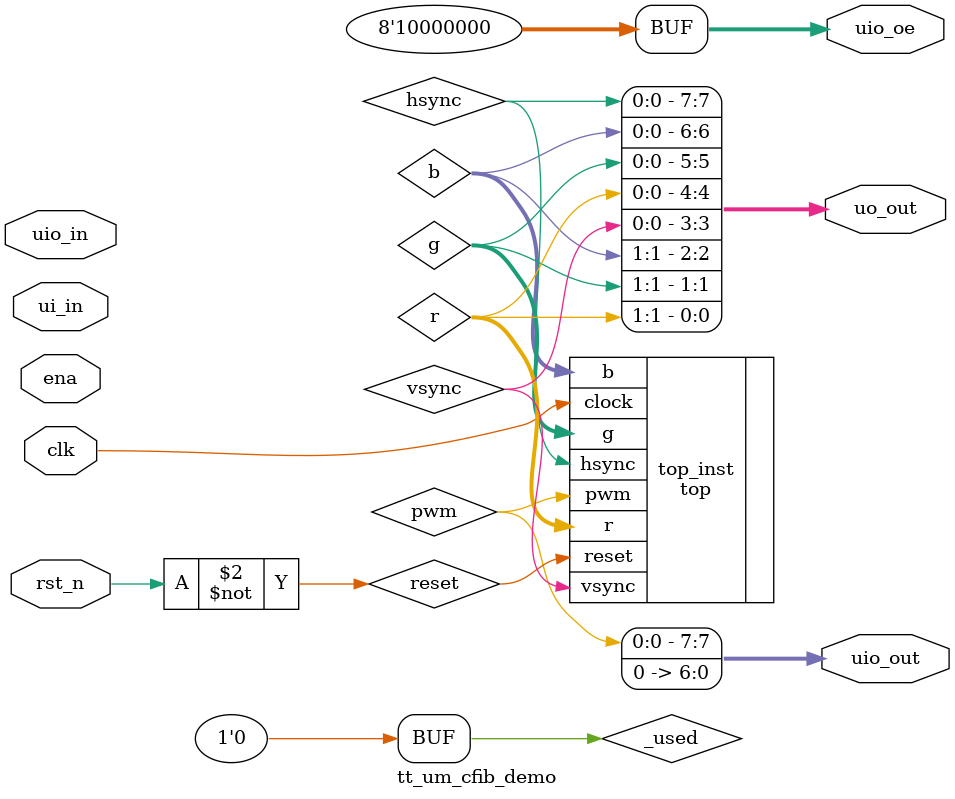
<source format=v>
`default_nettype none
module tt_um_cfib_demo (
    input  wire [7:0] ui_in,    // Dedicated inputs
    output wire [7:0] uo_out,   // Dedicated outputs
    input  wire [7:0] uio_in,   // IOs: Input path
    output wire [7:0] uio_out,  // IOs: Output path
    output wire [7:0] uio_oe,   // IOs: Enable path (active high: 0=input, 1=output)
    input  wire       ena,      // always 1 when the design is powered, so you can ignore it
    input  wire       clk,      // clock
    input  wire       rst_n     // reset_n - low to reset
);

    wire hsync, vsync, pwm;
    wire [1:0] r, g, b;
    
    assign uo_out[0] = r[1];
    assign uo_out[1] = g[1];
    assign uo_out[2] = b[1];
    assign uo_out[3] = vsync;
    assign uo_out[4] = r[0];
    assign uo_out[5] = g[0];
    assign uo_out[6] = b[0];
    assign uo_out[7] = hsync;
    
    assign uio_oe  = 8'b10000000;
    assign uio_out = {pwm, 7'b0};
    
    wire _used = &{ena, uio_in[7:0], 1'b0};
    wire reset = ~rst_n;

    top top_inst(.clock(clk), .reset(reset),  .hsync(hsync), .vsync(vsync),
                                              .r(r), .g(g), .b(b),
                                              .pwm(pwm));

endmodule

</source>
